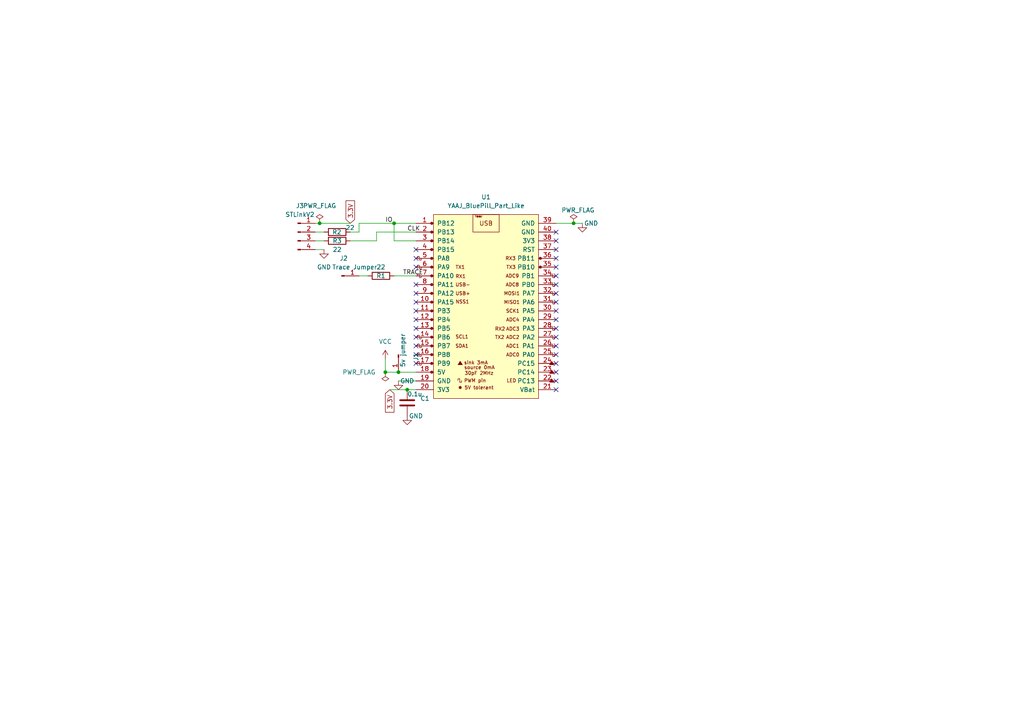
<source format=kicad_sch>
(kicad_sch (version 20211123) (generator eeschema)
  (paper "A4")
  (title_block (title "ST LINK v2  based on blue pill") (date "2022-05-14") (rev "0.1") (company "Amitesh Singh"))
  (lib_symbols
    (symbol "Connector:Conn_01x01_Male" (pin_names (offset 1.016) hide)
      (property "Reference" "J" (at 0 2.54 0))
      (property "Value" "Conn_01x01_Male" (at 0 -2.54 0))
      (symbol "Conn_01x01_Male_1_1"
        (polyline (pts (xy 1.27 0) (xy 0.8636 0)) (stroke (width 0.1524)))
        (rectangle (start 0.8636 0.127) (end 0 -0.127) (stroke (width 0.1524)) (fill (type outline)))
        (pin passive line (at 5.08 0 180) (length 3.81) (name "Pin_1") (number "1"))
      )
    )
    (symbol "Connector:Conn_01x04_Male" (pin_names (offset 1.016) hide)
      (property "Reference" "J" (at 0 5.08 0))
      (property "Value" "Conn_01x04_Male" (at 0 -7.62 0))
      (symbol "Conn_01x04_Male_1_1"
        (polyline (pts (xy 1.27 -5.08) (xy 0.8636 -5.08)) (stroke (width 0.1524)))
        (polyline (pts (xy 1.27 -2.54) (xy 0.8636 -2.54)) (stroke (width 0.1524)))
        (polyline (pts (xy 1.27 0) (xy 0.8636 0)) (stroke (width 0.1524)))
        (polyline (pts (xy 1.27 2.54) (xy 0.8636 2.54)) (stroke (width 0.1524)))
        (rectangle (start 0.8636 -4.953) (end 0 -5.207) (stroke (width 0.1524)) (fill (type outline)))
        (rectangle (start 0.8636 -2.413) (end 0 -2.667) (stroke (width 0.1524)) (fill (type outline)))
        (rectangle (start 0.8636 0.127) (end 0 -0.127) (stroke (width 0.1524)) (fill (type outline)))
        (rectangle (start 0.8636 2.667) (end 0 2.413) (stroke (width 0.1524)) (fill (type outline)))
        (pin passive line (at 5.08 2.54 180) (length 3.81) (name "Pin_1") (number "1"))
        (pin passive line (at 5.08 0 180) (length 3.81) (name "Pin_2") (number "2"))
        (pin passive line (at 5.08 -2.54 180) (length 3.81) (name "Pin_3") (number "3"))
        (pin passive line (at 5.08 -5.08 180) (length 3.81) (name "Pin_4") (number "4"))
      )
    )
    (symbol "Device:C" (pin_numbers hide) (pin_names (offset 0.254))
      (property "Reference" "C" (at 0.635 2.54 0))
      (property "Value" "C" (at 0.635 -2.54 0))
      (symbol "C_0_1"
        (polyline (pts (xy -2.032 -0.762) (xy 2.032 -0.762)) (stroke (width 0.508)))
        (polyline (pts (xy -2.032 0.762) (xy 2.032 0.762)) (stroke (width 0.508)))
      )
      (symbol "C_1_1"
        (pin passive line (at 0 3.81 270) (length 2.794) (name "~") (number "1"))
        (pin passive line (at 0 -3.81 90) (length 2.794) (name "~") (number "2"))
      )
    )
    (symbol "Device:R" (pin_numbers hide) (pin_names (offset 0))
      (property "Reference" "R" (at 2.032 0 90))
      (property "Value" "R" (at 0 0 90))
      (symbol "R_0_1"
        (rectangle (start -1.016 -2.54) (end 1.016 2.54) (stroke (width 0.254)))
      )
      (symbol "R_1_1"
        (pin passive line (at 0 3.81 270) (length 1.27) (name "~") (number "1"))
        (pin passive line (at 0 -3.81 90) (length 1.27) (name "~") (number "2"))
      )
    )
    (symbol "YAAJ_BlackPill_SWD_Breakout:YAAJ_BluePill_Part_Like" (pin_names (offset 1.016))
      (property "Reference" "U" (at -12.7 25.4 0))
      (property "Value" "YAAJ_BluePill_Part_Like" (at 0 2.54 90))
      (symbol "YAAJ_BluePill_Part_Like_0_0"
        (circle (center -15.748 -20.32) (radius 0.3556) (fill (type outline)))
        (circle (center -15.748 -17.78) (radius 0.3556) (fill (type outline)))
        (circle (center -15.748 -15.24) (radius 0.3556) (fill (type outline)))
        (circle (center -15.748 -12.7) (radius 0.3556) (fill (type outline)))
        (circle (center -15.748 -10.16) (radius 0.3556) (fill (type outline)))
        (circle (center -15.748 -7.62) (radius 0.3556) (fill (type outline)))
        (circle (center -15.748 -5.08) (radius 0.3556) (fill (type outline)))
        (circle (center -15.748 -2.54) (radius 0.3556) (fill (type outline)))
        (circle (center -15.748 0) (radius 0.3556) (fill (type outline)))
        (circle (center -15.748 2.54) (radius 0.3556) (fill (type outline)))
        (circle (center -15.748 5.08) (radius 0.3556) (fill (type outline)))
        (circle (center -15.748 7.62) (radius 0.3556) (fill (type outline)))
        (circle (center -15.748 10.16) (radius 0.3556) (fill (type outline)))
        (circle (center -15.748 12.7) (radius 0.3556) (fill (type outline)))
        (circle (center -15.748 15.24) (radius 0.3556) (fill (type outline)))
        (circle (center -15.748 17.78) (radius 0.3556) (fill (type outline)))
        (circle (center -15.748 22.86) (radius 0.3556) (fill (type outline)))
        (circle (center -7.493 -24.765) (radius 0.127) (fill (type outline)))
        (circle (center -7.493 -24.765) (radius 0.254))
        (circle (center -7.493 -24.765) (radius 0.3556))
        (polyline (pts (xy -8.128 -18.161) (xy -7.493 -17.145) (xy -6.858 -18.161) (xy -8.128 -18.161) (xy -7.493 -17.272) (xy -6.985 -18.161) (xy -8.001 -18.034) (xy -7.493 -17.399) (xy -7.112 -18.161) (xy -7.874 -17.907) (xy -7.366 -17.526) (xy -7.239 -18.161) (xy -7.747 -17.78) (xy -7.239 -17.653) (xy -7.366 -18.034) (xy -7.62 -17.78) (xy -7.366 -17.907) (xy -7.493 -17.653)))
        (polyline (pts (xy 18.415 -23.241) (xy 19.05 -22.225) (xy 19.685 -23.241) (xy 18.415 -23.241) (xy 19.05 -22.352) (xy 19.558 -23.241) (xy 18.542 -23.114) (xy 19.05 -22.479) (xy 19.431 -23.241) (xy 18.669 -22.987) (xy 19.177 -22.606) (xy 19.304 -23.241) (xy 18.796 -22.86) (xy 19.304 -22.733) (xy 19.177 -23.114) (xy 18.923 -22.86) (xy 19.177 -22.987) (xy 19.05 -22.733)))
        (polyline (pts (xy 18.415 -20.701) (xy 19.05 -19.685) (xy 19.685 -20.701) (xy 18.415 -20.701) (xy 19.05 -19.812) (xy 19.558 -20.701) (xy 18.542 -20.574) (xy 19.05 -19.939) (xy 19.431 -20.701) (xy 18.669 -20.447) (xy 19.177 -20.066) (xy 19.304 -20.701) (xy 18.796 -20.32) (xy 19.304 -20.193) (xy 19.177 -20.574) (xy 18.923 -20.32) (xy 19.177 -20.447) (xy 19.05 -20.193)))
        (polyline (pts (xy 18.415 -18.161) (xy 19.05 -17.145) (xy 19.685 -18.161) (xy 18.415 -18.161) (xy 19.05 -17.272) (xy 19.558 -18.161) (xy 18.542 -18.034) (xy 19.05 -17.399) (xy 19.431 -18.161) (xy 18.669 -17.907) (xy 19.177 -17.526) (xy 19.304 -18.161) (xy 18.796 -17.78) (xy 19.304 -17.653) (xy 19.177 -18.034) (xy 18.923 -17.78) (xy 19.177 -17.907) (xy 19.05 -17.653)))
        (circle (center 15.748 10.16) (radius 0.254) (fill (type outline)))
        (circle (center 15.748 10.16) (radius 0.3556))
        (circle (center 15.748 12.7) (radius 0.254) (fill (type outline)))
        (circle (center 15.748 12.7) (radius 0.3556))
        (text "30pF 2MHz" (at -2.032 -20.574 0) (effects (font (size 0.9906 0.9906))))
        (text "5V tolerant" (at -2.032 -24.765 0) (effects (font (size 0.9906 0.9906))))
        (text "ADC0" (at 7.747 -15.24 0) (effects (font (size 0.9906 0.9906))))
        (text "ADC1" (at 7.747 -12.7 0) (effects (font (size 0.9906 0.9906))))
        (text "ADC2" (at 7.747 -10.16 0) (effects (font (size 0.9906 0.9906))))
        (text "ADC3" (at 7.747 -7.747 0) (effects (font (size 0.9906 0.9906))))
        (text "ADC4" (at 7.747 -5.08 0) (effects (font (size 0.9906 0.9906))))
        (text "ADC8" (at 7.62 5.08 0) (effects (font (size 0.9906 0.9906))))
        (text "ADC9" (at 7.62 7.62 0) (effects (font (size 0.9906 0.9906))))
        (text "LED" (at 7.366 -22.733 0) (effects (font (size 0.9906 0.9906))))
        (text "MISO1" (at 7.493 0 0) (effects (font (size 0.9906 0.9906))))
        (text "MOSI1" (at 7.493 2.54 0) (effects (font (size 0.9906 0.9906))))
        (text "NSS1" (at -6.858 0.127 0) (effects (font (size 0.9906 0.9906))))
        (text "PWM pin" (at -3.175 -22.733 0) (effects (font (size 0.9906 0.9906))))
        (text "RX1" (at -7.366 7.493 0) (effects (font (size 0.9906 0.9906))))
        (text "RX2" (at 4.064 -7.747 0) (effects (font (size 0.9906 0.9906))))
        (text "RX3" (at 7.112 12.7 0) (effects (font (size 0.9906 0.9906))))
        (text "SCK1" (at 7.747 -2.54 0) (effects (font (size 0.9906 0.9906))))
        (text "SCL1" (at -6.985 -10.033 0) (effects (font (size 0.9906 0.9906))))
        (text "SDA1" (at -6.985 -12.7 0) (effects (font (size 0.9906 0.9906))))
        (text "sink 3mA" (at -2.921 -17.526 0) (effects (font (size 0.9906 0.9906))))
        (text "source 0mA" (at -1.905 -18.923 0) (effects (font (size 0.9906 0.9906))))
        (text "TX1" (at -7.493 10.16 0) (effects (font (size 0.9906 0.9906))))
        (text "TX2" (at 3.937 -10.16 0) (effects (font (size 0.9906 0.9906))))
        (text "TX3" (at 7.239 10.16 0) (effects (font (size 0.9906 0.9906))))
        (text "USB" (at 0 22.86 0) (effects (font (size 1.27 1.27))))
        (text "USB+" (at -6.731 2.54 0) (effects (font (size 0.9906 0.9906))))
        (text "USB-" (at -6.731 5.08 0) (effects (font (size 0.9906 0.9906))))
        (text "Y@@J" (at -2.159 24.892 0) (effects (font (size 0.508 0.508))))
      )
      (symbol "YAAJ_BluePill_Part_Like_0_1"
        (rectangle (start -15.24 25.4) (end 15.24 -27.94) (fill (type background)))
        (polyline (pts (xy -18.796 -17.78) (xy -18.796 -18.288) (xy -19.304 -18.288) (xy -19.304 -17.272) (xy -19.812 -17.272) (xy -19.812 -17.78)))
        (polyline (pts (xy -18.796 -15.24) (xy -18.796 -15.748) (xy -19.304 -15.748) (xy -19.304 -14.732) (xy -19.812 -14.732) (xy -19.812 -15.24)))
        (polyline (pts (xy -18.796 -12.7) (xy -18.796 -13.208) (xy -19.304 -13.208) (xy -19.304 -12.192) (xy -19.812 -12.192) (xy -19.812 -12.7)))
        (polyline (pts (xy -18.796 -10.16) (xy -18.796 -10.668) (xy -19.304 -10.668) (xy -19.304 -9.652) (xy -19.812 -9.652) (xy -19.812 -10.16)))
        (polyline (pts (xy -18.796 7.62) (xy -18.796 7.112) (xy -19.304 7.112) (xy -19.304 8.128) (xy -19.812 8.128) (xy -19.812 7.62)))
        (polyline (pts (xy -18.796 10.16) (xy -18.796 9.652) (xy -19.304 9.652) (xy -19.304 10.668) (xy -19.812 10.668) (xy -19.812 10.16)))
        (polyline (pts (xy -18.796 12.7) (xy -18.796 12.192) (xy -19.304 12.192) (xy -19.304 13.208) (xy -19.812 13.208) (xy -19.812 12.7)))
        (polyline (pts (xy -7.112 -22.733) (xy -7.112 -23.241) (xy -7.62 -23.241) (xy -7.62 -22.225) (xy -8.128 -22.225) (xy -8.128 -22.733)))
        (polyline (pts (xy 19.812 -15.24) (xy 19.812 -15.748) (xy 19.304 -15.748) (xy 19.304 -14.732) (xy 18.796 -14.732) (xy 18.796 -15.24)))
        (polyline (pts (xy 19.812 -12.7) (xy 19.812 -13.208) (xy 19.304 -13.208) (xy 19.304 -12.192) (xy 18.796 -12.192) (xy 18.796 -12.7)))
        (polyline (pts (xy 19.812 -10.16) (xy 19.812 -10.668) (xy 19.304 -10.668) (xy 19.304 -9.652) (xy 18.796 -9.652) (xy 18.796 -10.16)))
        (polyline (pts (xy 19.812 -7.62) (xy 19.812 -8.128) (xy 19.304 -8.128) (xy 19.304 -7.112) (xy 18.796 -7.112) (xy 18.796 -7.62)))
        (polyline (pts (xy 19.812 0) (xy 19.812 -0.508) (xy 19.304 -0.508) (xy 19.304 0.508) (xy 18.796 0.508) (xy 18.796 0)))
        (polyline (pts (xy 19.812 2.54) (xy 19.812 2.032) (xy 19.304 2.032) (xy 19.304 3.048) (xy 18.796 3.048) (xy 18.796 2.54)))
        (polyline (pts (xy 19.812 5.08) (xy 19.812 4.572) (xy 19.304 4.572) (xy 19.304 5.588) (xy 18.796 5.588) (xy 18.796 5.08)))
        (polyline (pts (xy 19.812 7.62) (xy 19.812 7.112) (xy 19.304 7.112) (xy 19.304 8.128) (xy 18.796 8.128) (xy 18.796 7.62)))
        (rectangle (start 3.81 25.4) (end -3.81 20.32))
      )
      (symbol "YAAJ_BluePill_Part_Like_1_1"
        (circle (center -15.748 20.32) (radius 0.3556) (fill (type outline)))
        (pin bidirectional line (at -20.32 22.86 0) (length 5.08) (name "PB12") (number "1"))
        (pin bidirectional line (at -20.32 0 0) (length 5.08) (name "PA15") (number "10"))
        (pin bidirectional line (at -20.32 -2.54 0) (length 5.08) (name "PB3") (number "11"))
        (pin bidirectional line (at -20.32 -5.08 0) (length 5.08) (name "PB4") (number "12"))
        (pin bidirectional line (at -20.32 -7.62 0) (length 5.08) (name "PB5") (number "13"))
        (pin bidirectional line (at -20.32 -10.16 0) (length 5.08) (name "PB6") (number "14"))
        (pin bidirectional line (at -20.32 -12.7 0) (length 5.08) (name "PB7") (number "15"))
        (pin bidirectional line (at -20.32 -15.24 0) (length 5.08) (name "PB8") (number "16"))
        (pin bidirectional line (at -20.32 -17.78 0) (length 5.08) (name "PB9") (number "17"))
        (pin power_in line (at -20.32 -20.32 0) (length 5.08) (name "5V") (number "18"))
        (pin power_in line (at -20.32 -22.86 0) (length 5.08) (name "GND") (number "19"))
        (pin bidirectional line (at -20.32 20.32 0) (length 5.08) (name "PB13") (number "2"))
        (pin power_in line (at -20.32 -25.4 0) (length 5.08) (name "3V3") (number "20"))
        (pin power_in line (at 20.32 -25.4 180) (length 5.08) (name "VBat") (number "21"))
        (pin bidirectional line (at 20.32 -22.86 180) (length 5.08) (name "PC13") (number "22"))
        (pin bidirectional line (at 20.32 -20.32 180) (length 5.08) (name "PC14") (number "23"))
        (pin bidirectional line (at 20.32 -17.78 180) (length 5.08) (name "PC15") (number "24"))
        (pin bidirectional line (at 20.32 -15.24 180) (length 5.08) (name "PA0") (number "25"))
        (pin bidirectional line (at 20.32 -12.7 180) (length 5.08) (name "PA1") (number "26"))
        (pin bidirectional line (at 20.32 -10.16 180) (length 5.08) (name "PA2") (number "27"))
        (pin bidirectional line (at 20.32 -7.62 180) (length 5.08) (name "PA3") (number "28"))
        (pin bidirectional line (at 20.32 -5.08 180) (length 5.08) (name "PA4") (number "29"))
        (pin bidirectional line (at -20.32 17.78 0) (length 5.08) (name "PB14") (number "3"))
        (pin bidirectional line (at 20.32 -2.54 180) (length 5.08) (name "PA5") (number "30"))
        (pin bidirectional line (at 20.32 0 180) (length 5.08) (name "PA6") (number "31"))
        (pin bidirectional line (at 20.32 2.54 180) (length 5.08) (name "PA7") (number "32"))
        (pin bidirectional line (at 20.32 5.08 180) (length 5.08) (name "PB0") (number "33"))
        (pin bidirectional line (at 20.32 7.62 180) (length 5.08) (name "PB1") (number "34"))
        (pin bidirectional line (at 20.32 10.16 180) (length 5.08) (name "PB10") (number "35"))
        (pin bidirectional line (at 20.32 12.7 180) (length 5.08) (name "PB11") (number "36"))
        (pin input line (at 20.32 15.24 180) (length 5.08) (name "RST") (number "37"))
        (pin power_in line (at 20.32 17.78 180) (length 5.08) (name "3V3") (number "38"))
        (pin power_in line (at 20.32 22.86 180) (length 5.08) (name "GND") (number "39"))
        (pin bidirectional line (at -20.32 15.24 0) (length 5.08) (name "PB15") (number "4"))
        (pin power_in line (at 20.32 20.32 180) (length 5.08) (name "GND") (number "40"))
        (pin bidirectional line (at -20.32 12.7 0) (length 5.08) (name "PA8") (number "5"))
        (pin bidirectional line (at -20.32 10.16 0) (length 5.08) (name "PA9") (number "6"))
        (pin bidirectional line (at -20.32 7.62 0) (length 5.08) (name "PA10") (number "7"))
        (pin bidirectional line (at -20.32 5.08 0) (length 5.08) (name "PA11") (number "8"))
        (pin bidirectional line (at -20.32 2.54 0) (length 5.08) (name "PA12") (number "9"))
      )
    )
    (symbol "power:GND" (power) (pin_names (offset 0))
      (property "Value" "GND" (at 0 -3.81 0))
      (symbol "GND_0_1"
        (polyline (pts (xy 0 0) (xy 0 -1.27) (xy 1.27 -1.27) (xy 0 -2.54) (xy -1.27 -1.27) (xy 0 -1.27)))
      )
      (symbol "GND_1_1"
        (pin power_in line (at 0 0 270) (length 0) hide (name "GND") (number "1"))
      )
    )
    (symbol "power:PWR_FLAG" (power) (pin_numbers hide) (pin_names (offset 0) hide)
      (property "Value" "PWR_FLAG" (at 0 3.81 0))
      (symbol "PWR_FLAG_0_0"
        (pin power_out line (at 0 0 90) (length 0) (name "pwr") (number "1"))
      )
      (symbol "PWR_FLAG_0_1"
        (polyline (pts (xy 0 0) (xy 0 1.27) (xy -1.016 1.905) (xy 0 2.54) (xy 1.016 1.905) (xy 0 1.27)))
      )
    )
    (symbol "power:VCC" (power) (pin_names (offset 0))
      (property "Value" "VCC" (at 0 3.81 0))
      (symbol "VCC_0_1"
        (polyline (pts (xy -0.762 1.27) (xy 0 2.54)))
        (polyline (pts (xy 0 0) (xy 0 2.54)))
        (polyline (pts (xy 0 2.54) (xy 0.762 1.27)))
      )
      (symbol "VCC_1_1"
        (pin power_in line (at 0 0 90) (length 0) hide (name "VCC") (number "1"))
      )
    )
  )
  (junction (at 166.37 64.77))
  (junction (at 114.3 64.77))
  (junction (at 111.76 107.95))
  (junction (at 118.11 113.03))
  (junction (at 92.71 64.77))
  (junction (at 115.57 107.95))
  (no_connect (at 120.65 90.17))
  (no_connect (at 120.65 87.63))
  (no_connect (at 120.65 85.09))
  (no_connect (at 120.65 72.39))
  (no_connect (at 120.65 74.93))
  (no_connect (at 120.65 77.47))
  (no_connect (at 120.65 82.55))
  (no_connect (at 161.29 69.85))
  (no_connect (at 161.29 113.03))
  (no_connect (at 161.29 110.49))
  (no_connect (at 120.65 100.33))
  (no_connect (at 120.65 97.79))
  (no_connect (at 120.65 92.71))
  (no_connect (at 120.65 95.25))
  (no_connect (at 120.65 105.41))
  (no_connect (at 120.65 102.87))
  (no_connect (at 161.29 102.87))
  (no_connect (at 161.29 105.41))
  (no_connect (at 161.29 97.79))
  (no_connect (at 161.29 107.95))
  (no_connect (at 161.29 100.33))
  (no_connect (at 161.29 95.25))
  (no_connect (at 161.29 87.63))
  (no_connect (at 161.29 92.71))
  (no_connect (at 161.29 90.17))
  (no_connect (at 161.29 85.09))
  (no_connect (at 161.29 72.39))
  (no_connect (at 161.29 67.31))
  (no_connect (at 161.29 77.47))
  (no_connect (at 161.29 80.01))
  (no_connect (at 161.29 82.55))
  (no_connect (at 161.29 74.93))
  (wire (pts (xy 111.76 107.95) (xy 115.57 107.95)))
  (wire (pts (xy 91.44 64.77) (xy 92.71 64.77)))
  (wire (pts (xy 92.71 64.77) (xy 101.6 64.77)))
  (wire (pts (xy 115.57 110.49) (xy 120.65 110.49)))
  (wire (pts (xy 104.14 67.31) (xy 101.6 67.31)))
  (wire (pts (xy 161.29 64.77) (xy 166.37 64.77)))
  (wire (pts (xy 114.3 64.77) (xy 114.3 69.85)))
  (wire (pts (xy 114.3 69.85) (xy 120.65 69.85)))
  (wire (pts (xy 166.37 64.77) (xy 168.91 64.77)))
  (wire (pts (xy 118.11 113.03) (xy 113.03 113.03)))
  (wire (pts (xy 91.44 69.85) (xy 93.98 69.85)))
  (wire (pts (xy 104.14 64.77) (xy 104.14 67.31)))
  (wire (pts (xy 114.3 64.77) (xy 104.14 64.77)))
  (wire (pts (xy 120.65 64.77) (xy 114.3 64.77)))
  (wire (pts (xy 91.44 72.39) (xy 93.98 72.39)))
  (wire (pts (xy 104.14 80.01) (xy 106.68 80.01)))
  (wire (pts (xy 120.65 113.03) (xy 118.11 113.03)))
  (wire (pts (xy 111.76 104.14) (xy 111.76 107.95)))
  (wire (pts (xy 109.22 69.85) (xy 109.22 67.31)))
  (wire (pts (xy 101.6 69.85) (xy 109.22 69.85)))
  (wire (pts (xy 114.3 80.01) (xy 120.65 80.01)))
  (wire (pts (xy 91.44 67.31) (xy 93.98 67.31)))
  (wire (pts (xy 115.57 107.95) (xy 120.65 107.95)))
  (wire (pts (xy 109.22 67.31) (xy 120.65 67.31)))
  (label "IO" (at 111.76 64.77 0))
  (label "TRACE" (at 116.84 80.01 0))
  (label "CLK" (at 118.11 67.31 0))
  (global_label "3.3V" (shape input) (at 101.6 64.77 90) (property "Intersheet References" "${INTERSHEET_REFS}" (effects hide)))
  (global_label "3.3V" (shape input) (at 113.03 113.03 270) (property "Intersheet References" "${INTERSHEET_REFS}" (effects hide)))
  (symbol (lib_id "power:VCC") (at 111.76 104.14 0) (unit 1)
    (property "Reference" "#PWR03" (effects hide))
    (property "Value" "VCC" (at 111.76 99.06 0))
  )
  (symbol (lib_id "Device:C") (at 118.11 116.84 0) (unit 1)
    (property "Reference" "C1" (at 121.92 115.5699 0) (effects (justify left)))
    (property "Value" "0.1u" (at 118.11 114.3 0) (effects (justify left)))
    (property "Footprint" "Capacitor_THT:C_Axial_L3.8mm_D2.6mm_P7.50mm_Horizontal" (effects hide))
  )
  (symbol (lib_id "Device:R") (at 110.49 80.01 90) (unit 1)
    (property "Reference" "R1" (at 110.49 80.01 90))
    (property "Value" "22" (at 110.49 77.47 90))
    (property "Footprint" "Resistor_THT:R_Axial_DIN0207_L6.3mm_D2.5mm_P7.62mm_Horizontal" (effects hide))
  )
  (symbol (lib_id "power:GND") (at 118.11 120.65 0) (unit 1)
    (property "Reference" "#PWR04" (effects hide))
    (property "Value" "GND" (at 120.65 120.65 0))
  )
  (symbol (lib_id "YAAJ_BlackPill_SWD_Breakout:YAAJ_BluePill_Part_Like") (at 140.97 87.63 0) (unit 1)
    (property "Reference" "U1" (at 140.97 57.15 0))
    (property "Value" "YAAJ_BluePill_Part_Like" (at 140.97 59.69 0))
    (property "Footprint" "bluepill:YAAJ_BluePill_2" (effects hide))
  )
  (symbol (lib_id "Device:R") (at 97.79 67.31 90) (unit 1)
    (property "Reference" "R2" (at 99.06 67.31 90) (effects (justify left)))
    (property "Value" "22" (at 102.87 66.04 90) (effects (justify left)))
    (property "Footprint" "Resistor_THT:R_Axial_DIN0207_L6.3mm_D2.5mm_P7.62mm_Horizontal" (effects hide))
  )
  (symbol (lib_id "Connector:Conn_01x01_Male") (at 115.57 102.87 270) (unit 1)
    (property "Reference" "J1" (at 120.65 103.505 0))
    (property "Value" "5v jumper" (at 116.84 101.6 0))
    (property "Footprint" "Connector_PinSocket_2.54mm:PinSocket_1x01_P2.54mm_Vertical" (effects hide))
  )
  (symbol (lib_id "power:GND") (at 115.57 110.49 0) (unit 1)
    (property "Reference" "#PWR05" (effects hide))
    (property "Value" "GND" (at 118.11 110.49 0))
  )
  (symbol (lib_id "power:GND") (at 93.98 72.39 0) (unit 1)
    (property "Reference" "#PWR01" (effects hide))
    (property "Value" "GND" (at 93.98 77.47 0))
  )
  (symbol (lib_id "power:PWR_FLAG") (at 92.71 64.77 0) (unit 1)
    (property "Reference" "#FLG03" (effects hide))
    (property "Value" "PWR_FLAG" (at 92.71 59.69 0))
  )
  (symbol (lib_id "Connector:Conn_01x01_Male") (at 99.06 80.01 0) (unit 1)
    (property "Reference" "J2" (at 99.695 74.93 0))
    (property "Value" "Trace Jumper" (at 102.87 77.47 0))
    (property "Footprint" "Connector_PinSocket_2.54mm:PinSocket_1x01_P2.54mm_Vertical" (effects hide))
  )
  (symbol (lib_id "Device:R") (at 97.79 69.85 90) (unit 1)
    (property "Reference" "R3" (at 97.79 69.85 90))
    (property "Value" "22" (at 97.79 72.39 90))
    (property "Footprint" "Resistor_THT:R_Axial_DIN0207_L6.3mm_D2.5mm_P7.62mm_Horizontal" (effects hide))
  )
  (symbol (lib_id "Connector:Conn_01x04_Male") (at 86.36 67.31 0) (unit 1)
    (property "Reference" "J3" (at 86.995 59.69 0))
    (property "Value" "STLinkV2" (at 86.995 62.23 0))
    (property "Footprint" "Connector_PinSocket_2.54mm:PinSocket_1x04_P2.54mm_Horizontal" (effects hide))
  )
  (symbol (lib_id "power:GND") (at 168.91 64.77 0) (unit 1)
    (property "Reference" "#PWR02" (effects hide))
    (property "Value" "GND" (at 171.45 64.77 0))
  )
  (symbol (lib_id "power:PWR_FLAG") (at 111.76 107.95 180) (unit 1)
    (property "Reference" "#FLG01" (effects hide))
    (property "Value" "PWR_FLAG" (at 104.14 107.95 0))
  )
  (symbol (lib_id "power:PWR_FLAG") (at 166.37 64.77 0) (unit 1)
    (property "Reference" "#FLG02" (effects hide))
    (property "Value" "PWR_FLAG" (at 167.64 60.96 0))
  )
)
</source>
